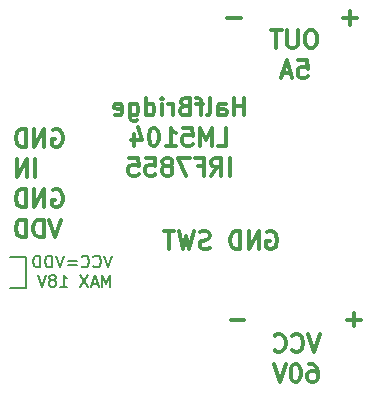
<source format=gbo>
G04 #@! TF.GenerationSoftware,KiCad,Pcbnew,(2017-08-08 revision 53204e097)-makepkg*
G04 #@! TF.CreationDate,2017-10-18T16:30:53+02:00*
G04 #@! TF.ProjectId,LM510401A,4C4D353130343031412E6B696361645F,rev?*
G04 #@! TF.SameCoordinates,Original*
G04 #@! TF.FileFunction,Legend,Bot*
G04 #@! TF.FilePolarity,Positive*
%FSLAX46Y46*%
G04 Gerber Fmt 4.6, Leading zero omitted, Abs format (unit mm)*
G04 Created by KiCad (PCBNEW (2017-08-08 revision 53204e097)-makepkg) date 10/18/17 16:30:53*
%MOMM*%
%LPD*%
G01*
G04 APERTURE LIST*
%ADD10C,0.300000*%
%ADD11C,0.150000*%
%ADD12C,0.200000*%
G04 APERTURE END LIST*
D10*
X142477642Y-102691500D02*
X142620500Y-102620071D01*
X142834785Y-102620071D01*
X143049071Y-102691500D01*
X143191928Y-102834357D01*
X143263357Y-102977214D01*
X143334785Y-103262928D01*
X143334785Y-103477214D01*
X143263357Y-103762928D01*
X143191928Y-103905785D01*
X143049071Y-104048642D01*
X142834785Y-104120071D01*
X142691928Y-104120071D01*
X142477642Y-104048642D01*
X142406214Y-103977214D01*
X142406214Y-103477214D01*
X142691928Y-103477214D01*
X141763357Y-104120071D02*
X141763357Y-102620071D01*
X140906214Y-104120071D01*
X140906214Y-102620071D01*
X140191928Y-104120071D02*
X140191928Y-102620071D01*
X139834785Y-102620071D01*
X139620500Y-102691500D01*
X139477642Y-102834357D01*
X139406214Y-102977214D01*
X139334785Y-103262928D01*
X139334785Y-103477214D01*
X139406214Y-103762928D01*
X139477642Y-103905785D01*
X139620500Y-104048642D01*
X139834785Y-104120071D01*
X140191928Y-104120071D01*
X137620500Y-104048642D02*
X137406214Y-104120071D01*
X137049071Y-104120071D01*
X136906214Y-104048642D01*
X136834785Y-103977214D01*
X136763357Y-103834357D01*
X136763357Y-103691500D01*
X136834785Y-103548642D01*
X136906214Y-103477214D01*
X137049071Y-103405785D01*
X137334785Y-103334357D01*
X137477642Y-103262928D01*
X137549071Y-103191500D01*
X137620500Y-103048642D01*
X137620500Y-102905785D01*
X137549071Y-102762928D01*
X137477642Y-102691500D01*
X137334785Y-102620071D01*
X136977642Y-102620071D01*
X136763357Y-102691500D01*
X136263357Y-102620071D02*
X135906214Y-104120071D01*
X135620500Y-103048642D01*
X135334785Y-104120071D01*
X134977642Y-102620071D01*
X134620500Y-102620071D02*
X133763357Y-102620071D01*
X134191928Y-104120071D02*
X134191928Y-102620071D01*
X150407000Y-110089142D02*
X149264142Y-110089142D01*
X149835571Y-110660571D02*
X149835571Y-109517714D01*
X140549857Y-110089142D02*
X139407000Y-110089142D01*
X139089500Y-84538357D02*
X140232357Y-84538357D01*
X148946642Y-84538357D02*
X150089500Y-84538357D01*
X149518071Y-83966928D02*
X149518071Y-85109785D01*
X146970500Y-111314571D02*
X146470500Y-112814571D01*
X145970500Y-111314571D01*
X144613357Y-112671714D02*
X144684785Y-112743142D01*
X144899071Y-112814571D01*
X145041928Y-112814571D01*
X145256214Y-112743142D01*
X145399071Y-112600285D01*
X145470500Y-112457428D01*
X145541928Y-112171714D01*
X145541928Y-111957428D01*
X145470500Y-111671714D01*
X145399071Y-111528857D01*
X145256214Y-111386000D01*
X145041928Y-111314571D01*
X144899071Y-111314571D01*
X144684785Y-111386000D01*
X144613357Y-111457428D01*
X143113357Y-112671714D02*
X143184785Y-112743142D01*
X143399071Y-112814571D01*
X143541928Y-112814571D01*
X143756214Y-112743142D01*
X143899071Y-112600285D01*
X143970500Y-112457428D01*
X144041928Y-112171714D01*
X144041928Y-111957428D01*
X143970500Y-111671714D01*
X143899071Y-111528857D01*
X143756214Y-111386000D01*
X143541928Y-111314571D01*
X143399071Y-111314571D01*
X143184785Y-111386000D01*
X143113357Y-111457428D01*
X146041928Y-113864571D02*
X146327642Y-113864571D01*
X146470500Y-113936000D01*
X146541928Y-114007428D01*
X146684785Y-114221714D01*
X146756214Y-114507428D01*
X146756214Y-115078857D01*
X146684785Y-115221714D01*
X146613357Y-115293142D01*
X146470500Y-115364571D01*
X146184785Y-115364571D01*
X146041928Y-115293142D01*
X145970500Y-115221714D01*
X145899071Y-115078857D01*
X145899071Y-114721714D01*
X145970500Y-114578857D01*
X146041928Y-114507428D01*
X146184785Y-114436000D01*
X146470500Y-114436000D01*
X146613357Y-114507428D01*
X146684785Y-114578857D01*
X146756214Y-114721714D01*
X144970500Y-113864571D02*
X144827642Y-113864571D01*
X144684785Y-113936000D01*
X144613357Y-114007428D01*
X144541928Y-114150285D01*
X144470500Y-114436000D01*
X144470500Y-114793142D01*
X144541928Y-115078857D01*
X144613357Y-115221714D01*
X144684785Y-115293142D01*
X144827642Y-115364571D01*
X144970500Y-115364571D01*
X145113357Y-115293142D01*
X145184785Y-115221714D01*
X145256214Y-115078857D01*
X145327642Y-114793142D01*
X145327642Y-114436000D01*
X145256214Y-114150285D01*
X145184785Y-114007428D01*
X145113357Y-113936000D01*
X144970500Y-113864571D01*
X144041928Y-113864571D02*
X143541928Y-115364571D01*
X143041928Y-113864571D01*
X146343500Y-85597071D02*
X146057785Y-85597071D01*
X145914928Y-85668500D01*
X145772071Y-85811357D01*
X145700642Y-86097071D01*
X145700642Y-86597071D01*
X145772071Y-86882785D01*
X145914928Y-87025642D01*
X146057785Y-87097071D01*
X146343500Y-87097071D01*
X146486357Y-87025642D01*
X146629214Y-86882785D01*
X146700642Y-86597071D01*
X146700642Y-86097071D01*
X146629214Y-85811357D01*
X146486357Y-85668500D01*
X146343500Y-85597071D01*
X145057785Y-85597071D02*
X145057785Y-86811357D01*
X144986357Y-86954214D01*
X144914928Y-87025642D01*
X144772071Y-87097071D01*
X144486357Y-87097071D01*
X144343500Y-87025642D01*
X144272071Y-86954214D01*
X144200642Y-86811357D01*
X144200642Y-85597071D01*
X143700642Y-85597071D02*
X142843500Y-85597071D01*
X143272071Y-87097071D02*
X143272071Y-85597071D01*
X145129214Y-88147071D02*
X145843500Y-88147071D01*
X145914928Y-88861357D01*
X145843500Y-88789928D01*
X145700642Y-88718500D01*
X145343500Y-88718500D01*
X145200642Y-88789928D01*
X145129214Y-88861357D01*
X145057785Y-89004214D01*
X145057785Y-89361357D01*
X145129214Y-89504214D01*
X145200642Y-89575642D01*
X145343500Y-89647071D01*
X145700642Y-89647071D01*
X145843500Y-89575642D01*
X145914928Y-89504214D01*
X144486357Y-89218500D02*
X143772071Y-89218500D01*
X144629214Y-89647071D02*
X144129214Y-88147071D01*
X143629214Y-89647071D01*
X140564500Y-92807071D02*
X140564500Y-91307071D01*
X140564500Y-92021357D02*
X139707357Y-92021357D01*
X139707357Y-92807071D02*
X139707357Y-91307071D01*
X138350214Y-92807071D02*
X138350214Y-92021357D01*
X138421642Y-91878500D01*
X138564500Y-91807071D01*
X138850214Y-91807071D01*
X138993071Y-91878500D01*
X138350214Y-92735642D02*
X138493071Y-92807071D01*
X138850214Y-92807071D01*
X138993071Y-92735642D01*
X139064500Y-92592785D01*
X139064500Y-92449928D01*
X138993071Y-92307071D01*
X138850214Y-92235642D01*
X138493071Y-92235642D01*
X138350214Y-92164214D01*
X137421642Y-92807071D02*
X137564500Y-92735642D01*
X137635928Y-92592785D01*
X137635928Y-91307071D01*
X137064500Y-91807071D02*
X136493071Y-91807071D01*
X136850214Y-92807071D02*
X136850214Y-91521357D01*
X136778785Y-91378500D01*
X136635928Y-91307071D01*
X136493071Y-91307071D01*
X135493071Y-92021357D02*
X135278785Y-92092785D01*
X135207357Y-92164214D01*
X135135928Y-92307071D01*
X135135928Y-92521357D01*
X135207357Y-92664214D01*
X135278785Y-92735642D01*
X135421642Y-92807071D01*
X135993071Y-92807071D01*
X135993071Y-91307071D01*
X135493071Y-91307071D01*
X135350214Y-91378500D01*
X135278785Y-91449928D01*
X135207357Y-91592785D01*
X135207357Y-91735642D01*
X135278785Y-91878500D01*
X135350214Y-91949928D01*
X135493071Y-92021357D01*
X135993071Y-92021357D01*
X134493071Y-92807071D02*
X134493071Y-91807071D01*
X134493071Y-92092785D02*
X134421642Y-91949928D01*
X134350214Y-91878500D01*
X134207357Y-91807071D01*
X134064500Y-91807071D01*
X133564500Y-92807071D02*
X133564500Y-91807071D01*
X133564500Y-91307071D02*
X133635928Y-91378500D01*
X133564500Y-91449928D01*
X133493071Y-91378500D01*
X133564500Y-91307071D01*
X133564500Y-91449928D01*
X132207357Y-92807071D02*
X132207357Y-91307071D01*
X132207357Y-92735642D02*
X132350214Y-92807071D01*
X132635928Y-92807071D01*
X132778785Y-92735642D01*
X132850214Y-92664214D01*
X132921642Y-92521357D01*
X132921642Y-92092785D01*
X132850214Y-91949928D01*
X132778785Y-91878500D01*
X132635928Y-91807071D01*
X132350214Y-91807071D01*
X132207357Y-91878500D01*
X130850214Y-91807071D02*
X130850214Y-93021357D01*
X130921642Y-93164214D01*
X130993071Y-93235642D01*
X131135928Y-93307071D01*
X131350214Y-93307071D01*
X131493071Y-93235642D01*
X130850214Y-92735642D02*
X130993071Y-92807071D01*
X131278785Y-92807071D01*
X131421642Y-92735642D01*
X131493071Y-92664214D01*
X131564500Y-92521357D01*
X131564500Y-92092785D01*
X131493071Y-91949928D01*
X131421642Y-91878500D01*
X131278785Y-91807071D01*
X130993071Y-91807071D01*
X130850214Y-91878500D01*
X129564500Y-92735642D02*
X129707357Y-92807071D01*
X129993071Y-92807071D01*
X130135928Y-92735642D01*
X130207357Y-92592785D01*
X130207357Y-92021357D01*
X130135928Y-91878500D01*
X129993071Y-91807071D01*
X129707357Y-91807071D01*
X129564500Y-91878500D01*
X129493071Y-92021357D01*
X129493071Y-92164214D01*
X130207357Y-92307071D01*
X138314500Y-95357071D02*
X139028785Y-95357071D01*
X139028785Y-93857071D01*
X137814500Y-95357071D02*
X137814500Y-93857071D01*
X137314500Y-94928500D01*
X136814500Y-93857071D01*
X136814500Y-95357071D01*
X135385928Y-93857071D02*
X136100214Y-93857071D01*
X136171642Y-94571357D01*
X136100214Y-94499928D01*
X135957357Y-94428500D01*
X135600214Y-94428500D01*
X135457357Y-94499928D01*
X135385928Y-94571357D01*
X135314500Y-94714214D01*
X135314500Y-95071357D01*
X135385928Y-95214214D01*
X135457357Y-95285642D01*
X135600214Y-95357071D01*
X135957357Y-95357071D01*
X136100214Y-95285642D01*
X136171642Y-95214214D01*
X133885928Y-95357071D02*
X134743071Y-95357071D01*
X134314500Y-95357071D02*
X134314500Y-93857071D01*
X134457357Y-94071357D01*
X134600214Y-94214214D01*
X134743071Y-94285642D01*
X132957357Y-93857071D02*
X132814500Y-93857071D01*
X132671642Y-93928500D01*
X132600214Y-93999928D01*
X132528785Y-94142785D01*
X132457357Y-94428500D01*
X132457357Y-94785642D01*
X132528785Y-95071357D01*
X132600214Y-95214214D01*
X132671642Y-95285642D01*
X132814500Y-95357071D01*
X132957357Y-95357071D01*
X133100214Y-95285642D01*
X133171642Y-95214214D01*
X133243071Y-95071357D01*
X133314500Y-94785642D01*
X133314500Y-94428500D01*
X133243071Y-94142785D01*
X133171642Y-93999928D01*
X133100214Y-93928500D01*
X132957357Y-93857071D01*
X131171642Y-94357071D02*
X131171642Y-95357071D01*
X131528785Y-93785642D02*
X131885928Y-94857071D01*
X130957357Y-94857071D01*
X139314500Y-97907071D02*
X139314500Y-96407071D01*
X137743071Y-97907071D02*
X138243071Y-97192785D01*
X138600214Y-97907071D02*
X138600214Y-96407071D01*
X138028785Y-96407071D01*
X137885928Y-96478500D01*
X137814500Y-96549928D01*
X137743071Y-96692785D01*
X137743071Y-96907071D01*
X137814500Y-97049928D01*
X137885928Y-97121357D01*
X138028785Y-97192785D01*
X138600214Y-97192785D01*
X136600214Y-97121357D02*
X137100214Y-97121357D01*
X137100214Y-97907071D02*
X137100214Y-96407071D01*
X136385928Y-96407071D01*
X135957357Y-96407071D02*
X134957357Y-96407071D01*
X135600214Y-97907071D01*
X134171642Y-97049928D02*
X134314500Y-96978500D01*
X134385928Y-96907071D01*
X134457357Y-96764214D01*
X134457357Y-96692785D01*
X134385928Y-96549928D01*
X134314500Y-96478500D01*
X134171642Y-96407071D01*
X133885928Y-96407071D01*
X133743071Y-96478500D01*
X133671642Y-96549928D01*
X133600214Y-96692785D01*
X133600214Y-96764214D01*
X133671642Y-96907071D01*
X133743071Y-96978500D01*
X133885928Y-97049928D01*
X134171642Y-97049928D01*
X134314500Y-97121357D01*
X134385928Y-97192785D01*
X134457357Y-97335642D01*
X134457357Y-97621357D01*
X134385928Y-97764214D01*
X134314500Y-97835642D01*
X134171642Y-97907071D01*
X133885928Y-97907071D01*
X133743071Y-97835642D01*
X133671642Y-97764214D01*
X133600214Y-97621357D01*
X133600214Y-97335642D01*
X133671642Y-97192785D01*
X133743071Y-97121357D01*
X133885928Y-97049928D01*
X132243071Y-96407071D02*
X132957357Y-96407071D01*
X133028785Y-97121357D01*
X132957357Y-97049928D01*
X132814500Y-96978500D01*
X132457357Y-96978500D01*
X132314500Y-97049928D01*
X132243071Y-97121357D01*
X132171642Y-97264214D01*
X132171642Y-97621357D01*
X132243071Y-97764214D01*
X132314500Y-97835642D01*
X132457357Y-97907071D01*
X132814500Y-97907071D01*
X132957357Y-97835642D01*
X133028785Y-97764214D01*
X130814500Y-96407071D02*
X131528785Y-96407071D01*
X131600214Y-97121357D01*
X131528785Y-97049928D01*
X131385928Y-96978500D01*
X131028785Y-96978500D01*
X130885928Y-97049928D01*
X130814500Y-97121357D01*
X130743071Y-97264214D01*
X130743071Y-97621357D01*
X130814500Y-97764214D01*
X130885928Y-97835642D01*
X131028785Y-97907071D01*
X131385928Y-97907071D01*
X131528785Y-97835642D01*
X131600214Y-97764214D01*
D11*
X129347261Y-104672380D02*
X129013928Y-105672380D01*
X128680595Y-104672380D01*
X127775833Y-105577142D02*
X127823452Y-105624761D01*
X127966309Y-105672380D01*
X128061547Y-105672380D01*
X128204404Y-105624761D01*
X128299642Y-105529523D01*
X128347261Y-105434285D01*
X128394880Y-105243809D01*
X128394880Y-105100952D01*
X128347261Y-104910476D01*
X128299642Y-104815238D01*
X128204404Y-104720000D01*
X128061547Y-104672380D01*
X127966309Y-104672380D01*
X127823452Y-104720000D01*
X127775833Y-104767619D01*
X126775833Y-105577142D02*
X126823452Y-105624761D01*
X126966309Y-105672380D01*
X127061547Y-105672380D01*
X127204404Y-105624761D01*
X127299642Y-105529523D01*
X127347261Y-105434285D01*
X127394880Y-105243809D01*
X127394880Y-105100952D01*
X127347261Y-104910476D01*
X127299642Y-104815238D01*
X127204404Y-104720000D01*
X127061547Y-104672380D01*
X126966309Y-104672380D01*
X126823452Y-104720000D01*
X126775833Y-104767619D01*
X126347261Y-105148571D02*
X125585357Y-105148571D01*
X125585357Y-105434285D02*
X126347261Y-105434285D01*
X125252023Y-104672380D02*
X124918690Y-105672380D01*
X124585357Y-104672380D01*
X124252023Y-105672380D02*
X124252023Y-104672380D01*
X124013928Y-104672380D01*
X123871071Y-104720000D01*
X123775833Y-104815238D01*
X123728214Y-104910476D01*
X123680595Y-105100952D01*
X123680595Y-105243809D01*
X123728214Y-105434285D01*
X123775833Y-105529523D01*
X123871071Y-105624761D01*
X124013928Y-105672380D01*
X124252023Y-105672380D01*
X123252023Y-105672380D02*
X123252023Y-104672380D01*
X123013928Y-104672380D01*
X122871071Y-104720000D01*
X122775833Y-104815238D01*
X122728214Y-104910476D01*
X122680595Y-105100952D01*
X122680595Y-105243809D01*
X122728214Y-105434285D01*
X122775833Y-105529523D01*
X122871071Y-105624761D01*
X123013928Y-105672380D01*
X123252023Y-105672380D01*
X129204404Y-107322380D02*
X129204404Y-106322380D01*
X128871071Y-107036666D01*
X128537738Y-106322380D01*
X128537738Y-107322380D01*
X128109166Y-107036666D02*
X127632976Y-107036666D01*
X128204404Y-107322380D02*
X127871071Y-106322380D01*
X127537738Y-107322380D01*
X127299642Y-106322380D02*
X126632976Y-107322380D01*
X126632976Y-106322380D02*
X127299642Y-107322380D01*
X124966309Y-107322380D02*
X125537738Y-107322380D01*
X125252023Y-107322380D02*
X125252023Y-106322380D01*
X125347261Y-106465238D01*
X125442500Y-106560476D01*
X125537738Y-106608095D01*
X124394880Y-106750952D02*
X124490119Y-106703333D01*
X124537738Y-106655714D01*
X124585357Y-106560476D01*
X124585357Y-106512857D01*
X124537738Y-106417619D01*
X124490119Y-106370000D01*
X124394880Y-106322380D01*
X124204404Y-106322380D01*
X124109166Y-106370000D01*
X124061547Y-106417619D01*
X124013928Y-106512857D01*
X124013928Y-106560476D01*
X124061547Y-106655714D01*
X124109166Y-106703333D01*
X124204404Y-106750952D01*
X124394880Y-106750952D01*
X124490119Y-106798571D01*
X124537738Y-106846190D01*
X124585357Y-106941428D01*
X124585357Y-107131904D01*
X124537738Y-107227142D01*
X124490119Y-107274761D01*
X124394880Y-107322380D01*
X124204404Y-107322380D01*
X124109166Y-107274761D01*
X124061547Y-107227142D01*
X124013928Y-107131904D01*
X124013928Y-106941428D01*
X124061547Y-106846190D01*
X124109166Y-106798571D01*
X124204404Y-106750952D01*
X123728214Y-106322380D02*
X123394880Y-107322380D01*
X123061547Y-106322380D01*
D12*
X122047000Y-107392680D02*
X120713500Y-107392680D01*
X122047000Y-104789180D02*
X122047000Y-107392680D01*
X120713500Y-104789180D02*
X122047000Y-104789180D01*
D10*
X124337071Y-94040500D02*
X124479928Y-93969071D01*
X124694214Y-93969071D01*
X124908500Y-94040500D01*
X125051357Y-94183357D01*
X125122785Y-94326214D01*
X125194214Y-94611928D01*
X125194214Y-94826214D01*
X125122785Y-95111928D01*
X125051357Y-95254785D01*
X124908500Y-95397642D01*
X124694214Y-95469071D01*
X124551357Y-95469071D01*
X124337071Y-95397642D01*
X124265642Y-95326214D01*
X124265642Y-94826214D01*
X124551357Y-94826214D01*
X123622785Y-95469071D02*
X123622785Y-93969071D01*
X122765642Y-95469071D01*
X122765642Y-93969071D01*
X122051357Y-95469071D02*
X122051357Y-93969071D01*
X121694214Y-93969071D01*
X121479928Y-94040500D01*
X121337071Y-94183357D01*
X121265642Y-94326214D01*
X121194214Y-94611928D01*
X121194214Y-94826214D01*
X121265642Y-95111928D01*
X121337071Y-95254785D01*
X121479928Y-95397642D01*
X121694214Y-95469071D01*
X122051357Y-95469071D01*
X122837071Y-98019071D02*
X122837071Y-96519071D01*
X122122785Y-98019071D02*
X122122785Y-96519071D01*
X121265642Y-98019071D01*
X121265642Y-96519071D01*
X124337071Y-99140500D02*
X124479928Y-99069071D01*
X124694214Y-99069071D01*
X124908500Y-99140500D01*
X125051357Y-99283357D01*
X125122785Y-99426214D01*
X125194214Y-99711928D01*
X125194214Y-99926214D01*
X125122785Y-100211928D01*
X125051357Y-100354785D01*
X124908500Y-100497642D01*
X124694214Y-100569071D01*
X124551357Y-100569071D01*
X124337071Y-100497642D01*
X124265642Y-100426214D01*
X124265642Y-99926214D01*
X124551357Y-99926214D01*
X123622785Y-100569071D02*
X123622785Y-99069071D01*
X122765642Y-100569071D01*
X122765642Y-99069071D01*
X122051357Y-100569071D02*
X122051357Y-99069071D01*
X121694214Y-99069071D01*
X121479928Y-99140500D01*
X121337071Y-99283357D01*
X121265642Y-99426214D01*
X121194214Y-99711928D01*
X121194214Y-99926214D01*
X121265642Y-100211928D01*
X121337071Y-100354785D01*
X121479928Y-100497642D01*
X121694214Y-100569071D01*
X122051357Y-100569071D01*
X125051357Y-101619071D02*
X124551357Y-103119071D01*
X124051357Y-101619071D01*
X123551357Y-103119071D02*
X123551357Y-101619071D01*
X123194214Y-101619071D01*
X122979928Y-101690500D01*
X122837071Y-101833357D01*
X122765642Y-101976214D01*
X122694214Y-102261928D01*
X122694214Y-102476214D01*
X122765642Y-102761928D01*
X122837071Y-102904785D01*
X122979928Y-103047642D01*
X123194214Y-103119071D01*
X123551357Y-103119071D01*
X122051357Y-103119071D02*
X122051357Y-101619071D01*
X121694214Y-101619071D01*
X121479928Y-101690500D01*
X121337071Y-101833357D01*
X121265642Y-101976214D01*
X121194214Y-102261928D01*
X121194214Y-102476214D01*
X121265642Y-102761928D01*
X121337071Y-102904785D01*
X121479928Y-103047642D01*
X121694214Y-103119071D01*
X122051357Y-103119071D01*
M02*

</source>
